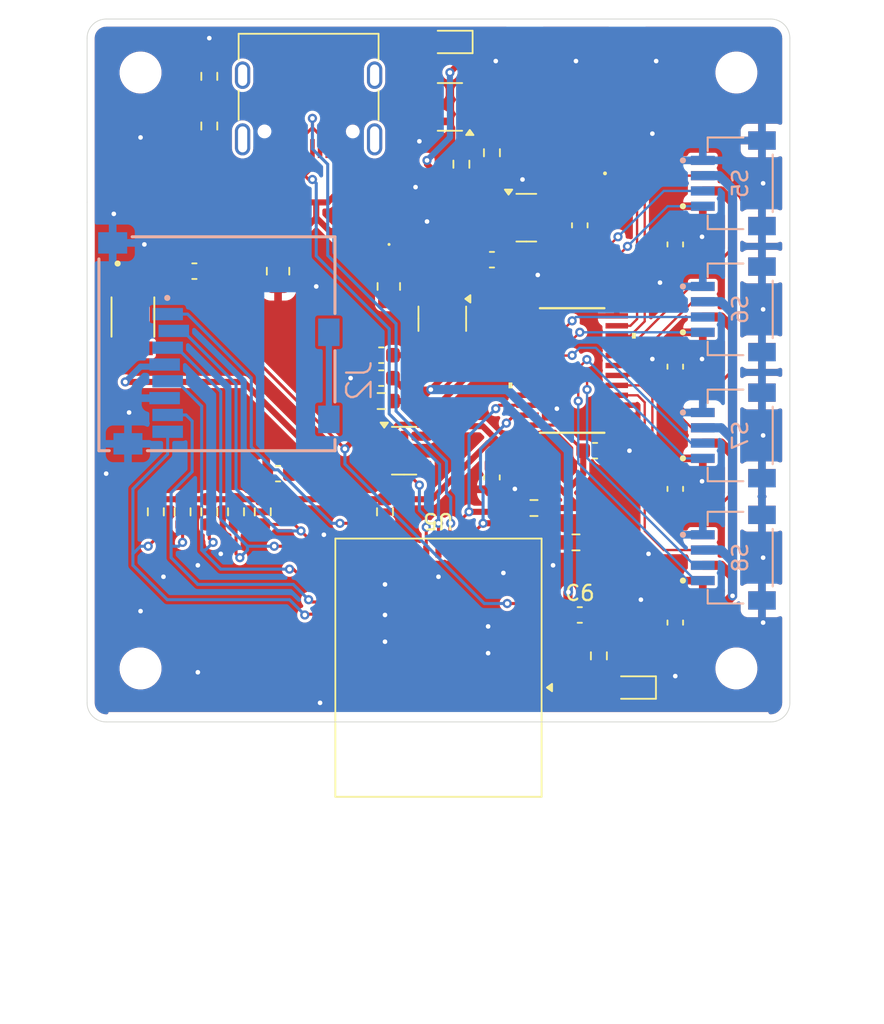
<source format=kicad_pcb>
(kicad_pcb (version 20241229) (generator "pcbnew") (generator_version "9.0")
  (layers (0 "F.Cu" signal) (2 "B.Cu" signal) (13 "F.Paste" user) (15 "B.Paste" user) (5 "F.SilkS" user "F.Silkscreen") (7 "B.SilkS" user "B.Silkscreen") (1 "F.Mask" user) (3 "B.Mask" user) (25 "Edge.Cuts" user))
  (net 0 "")
  (net 1 "GND")
  (net 2 "VBUS")
  (net 3 "+3.3V")
  (net 4 "3.3V_I2C")
  (net 5 "+BATT")
  (net 6 "Net-(D1-A)")
  (net 7 "Net-(D3-K)")
  (net 8 "/CD{slash}CARD_DETECT")
  (net 9 "/DAT1")
  (net 10 "/DAT2")
  (net 11 "/SD_CLK")
  (net 12 "/DATA_IN")
  (net 13 "/DATA_OUT")
  (net 14 "/CS")
  (net 16 "/USB_D-")
  (net 17 "Net-(J1-CC2)")
  (net 18 "Net-(J1-CC1)")
  (net 20 "/USB_D+")
  (net 22 "/MUX_SCL")
  (net 23 "/MUX_SDA")
  (net 24 "Net-(U3-EN)")
  (net 25 "Net-(U2-V_{SS})")
  (net 26 "Net-(U2-STAT)")
  (net 27 "/SDA0")
  (net 28 "/SCL0")
  (net 29 "/SDA1")
  (net 30 "/SCL1")
  (net 31 "/SCL2")
  (net 32 "/SDA2")
  (net 33 "/SDA3")
  (net 34 "/SCL3")
  (net 35 "/SCL4")
  (net 36 "/SDA4")
  (net 37 "/SCL5")
  (net 38 "/SDA5")
  (net 39 "/SCL6")
  (net 40 "/SDA6")
  (net 41 "/SDA7")
  (net 42 "/SCL7")
  (net 43 "/I2C_POWER")
  (net 46 "/VHI")
  (net 51 "/RST")
  (footprint "Resistor_SMD:R_0603_1608Metric" (layer "F.Cu") (at 135.75 94.5 -90)
    (property "Reference" "R10")
    (property "Value" "47k")
  )
  (footprint "Resistor_SMD:R_0603_1608Metric" (layer "F.Cu") (at 160.5 94.25 180)
    (property "Reference" "R16")
    (property "Value" "4.7k")
  )
  (footprint "MountingHole:MountingHole_2.5mm" (layer "F.Cu") (at 134.75 65.75)
    (property "Reference" "H4")
    (property "Value" "MountingHole")
  )
  (footprint "MountingHole:MountingHole_2.5mm" (layer "F.Cu") (at 173.75 65.75)
    (property "Reference" "H3")
    (property "Value" "MountingHole")
  )
  (footprint "Diode_SMD:D_0402_1005Metric_Pad0.77x0.64mm_HandSolder" (layer "F.Cu") (at 149.75 77 180)
    (property "Reference" "D2")
    (property "Value" "D")
  )
  (footprint "Capacitor_SMD:C_0603_1608Metric" (layer "F.Cu") (at 169.75 93 90)
    (property "Reference" "C3")
    (property "Value" "1.0 uF")
  )
  (footprint "Capacitor_SMD:C_0603_1608Metric" (layer "F.Cu") (at 150.5 85.75 180)
    (property "Reference" "C24")
    (property "Value" "10")
  )
  (footprint "Pico_Footprints:STEMMAQWIIC_Footprint" (layer "F.Cu") (at 174 97.5 90)
    (property "Reference" "S1")
    (property "Value" "~")
  )
  (footprint "Pico_Footprints:STEMMAQWIIC_Footprint" (layer "F.Cu") (at 174 89.5 90)
    (property "Reference" "S2")
    (property "Value" "~")
  )
  (footprint "Capacitor_SMD:C_0603_1608Metric" (layer "F.Cu") (at 163.5 75.75 -90)
    (property "Reference" "C26")
    (property "Value" "10")
  )
  (footprint "Connector_USB:USB_C_Receptacle_G-Switch_GT-USB-7010ASV" (layer "F.Cu") (at 145.75 67 180)
    (property "Reference" "J1")
    (property "Value" "USB_C_Receptacle_USB2.0_16P")
  )
  (footprint "Pico_Footprints:ESP32-C6-MINI-1" (layer "F.Cu") (at 154.25 102 180)
    (property "Reference" "U5")
    (property "Value" "ESP32-C6-MINI-1")
  )
  (footprint "Pico_Footprints:STEMMAQWIIC_Footprint" (layer "F.Cu") (at 174 81.25 90)
    (property "Reference" "S3")
    (property "Value" "~")
  )
  (footprint "Resistor_SMD:R_0603_1608Metric" (layer "F.Cu") (at 163.25 96.5 180)
    (property "Reference" "R17")
    (property "Value" "4.7k")
  )
  (footprint "Capacitor_SMD:C_0603_1608Metric" (layer "F.Cu") (at 163.5 101.25)
    (property "Reference" "C6")
    (property "Value" "1")
  )
  (footprint "Pico_Footprints:STEMMAQWIIC_Footprint" (layer "F.Cu") (at 174 73 90)
    (property "Reference" "S4")
    (property "Value" "~")
  )
  (footprint "Resistor_SMD:R_0603_1608Metric" (layer "F.Cu") (at 150.75 94.5 -90)
    (property "Reference" "R8")
    (property "Value" "47k")
  )
  (footprint "Package_TO_SOT_SMD:SOT-23-5" (layer "F.Cu") (at 154.5 81.8625 -90)
    (property "Reference" "U3")
    (property "Value" "AP2112K-3.3")
  )
  (footprint "Resistor_SMD:R_0603_1608Metric" (layer "F.Cu") (at 142.75 94.5 -90)
    (property "Reference" "R6")
    (property "Value" "47k")
  )
  (footprint "Capacitor_SMD:C_0603_1608Metric" (layer "F.Cu") (at 169.75 77 90)
    (property "Reference" "C1")
    (property "Value" "1.0 uF")
  )
  (footprint "Capacitor_SMD:C_0603_1608Metric" (layer "F.Cu") (at 157.75 78)
    (property "Reference" "C21")
    (property "Value" "10")
  )
  (footprint "Pico_Footprints:SW_TL6330AF200Q_Footprint" (layer "F.Cu") (at 134.25 81.75 -90)
    (property "Reference" "S11")
    (property "Value" "TL6330AF200Q")
  )
  (footprint "Resistor_SMD:R_0603_1608Metric" (layer "F.Cu") (at 155.75 71.75 -90)
    (property "Reference" "R18")
    (property "Value" "4.7k")
  )
  (footprint "Resistor_SMD:R_0603_1608Metric" (layer "F.Cu") (at 139.25 94.5 -90)
    (property "Reference" "R2")
    (property "Value" "47k")
  )
  (footprint "Resistor_SMD:R_0603_1608Metric" (layer "F.Cu") (at 164.75 103.925 -90)
    (property "Reference" "R3")
    (property "Value" "4.7k")
  )
  (footprint "Resistor_SMD:R_0805_2012Metric" (layer "F.Cu") (at 143.75 78.75 -90)
    (property "Reference" "R14")
    (property "Value" "100k")
  )
  (footprint "Capacitor_SMD:C_0603_1608Metric" (layer "F.Cu") (at 164.5 90.5)
    (property "Reference" "C20")
    (property "Value" "0.1 uF")
  )
  (footprint "Capacitor_SMD:C_0603_1608Metric" (layer "F.Cu") (at 169.75 101.75 -90)
    (property "Reference" "C4")
    (property "Value" "1.0 uF")
  )
  (footprint "Resistor_SMD:R_0805_2012Metric" (layer "F.Cu") (at 151 79.75 -90)
    (property "Reference" "R19")
    (property "Value" "100k")
  )
  (footprint "Resistor_SMD:R_0603_1608Metric" (layer "F.Cu") (at 150.5 87.25 180)
    (property "Reference" "R20")
    (property "Value" "5.1k")
  )
  (footprint "LED_SMD:LED_0603_1608Metric" (layer "F.Cu") (at 155 63.75 180)
    (property "Reference" "D3")
    (property "Value" "LED")
  )
  (footprint "Package_TO_SOT_SMD:SOT-23-5" (layer "F.Cu") (at 155 68 180)
    (property "Reference" "U2")
    (property "Value" "MCP73832-2-OT")
  )
  (footprint "Package_TO_SOT_SMD:SOT-23-5" (layer "F.Cu") (at 152 90.5)
    (property "Reference" "U4")
    (property "Value" "AP2112K-3.3")
  )
  (footprint "Resistor_SMD:R_0603_1608Metric" (layer "F.Cu") (at 157.75 71 90)
    (property "Reference" "R15")
    (property "Value" "4.7k")
  )
  (footprint "Pico_Footprints:TCA9548A_Footprint" (layer "F.Cu") (at 163 85.25 180)
    (property "Reference" "TCA9548A1")
    (property "Value" "~")
  )
  (footprint "Resistor_SMD:R_0603_1608Metric" (layer "F.Cu") (at 139.25 66 90)
    (property "Reference" "R13")
    (property "Value" "5.1k")
  )
  (footprint "Capacitor_SMD:C_0603_1608Metric" (layer "F.Cu") (at 169.75 85 90)
    (property "Reference" "C2")
    (property "Value" "1.0 uF")
  )
  (footprint "Resistor_SMD:R_0603_1608Metric" (layer "F.Cu") (at 137.5 94.5 -90)
    (property "Reference" "R11")
    (property "Value" "47k")
  )
  (footprint "Capacitor_SMD:C_0603_1608Metric" (layer "F.Cu") (at 143.75 92 180)
    (property "Reference" "C19")
    (property "Value" "0.1 uF")
  )
  (footprint "MountingHole:MountingHole_2.5mm" (layer "F.Cu") (at 173.75 104.75)
    (property "Reference" "H2")
    (property "Value" "MountingHole")
  )
  (footprint "Resistor_SMD:R_0603_1608Metric" (layer "F.Cu") (at 141 94.5 -90)
    (property "Reference" "R4")
    (property "Value" "47k")
  )
  (footprint "MountingHole:MountingHole_2.5mm" (layer "F.Cu") (at 134.75 104.75)
    (property "Reference" "H1")
    (property "Value" "MountingHole")
  )
  (footprint "Capacitor_SMD:C_0603_1608Metric" (layer "F.Cu") (at 157.75 92.25 -90)
    (property "Reference" "C25")
    (property "Value" "10")
  )
  (footprint "LED_SMD:LED_0603_1608Metric" (layer "F.Cu") (at 167 106 180)
    (property "Reference" "D1")
    (property "Value" "LED")
  )
  (footprint "Capacitor_SMD:C_0603_1608Metric" (layer "F.Cu") (at 138.275 78.75)
    (property "Reference" "C5")
    (property "Value" "1")
  )
  (footprint "Resistor_SMD:R_0603_1608Metric" (layer "F.Cu") (at 139.25 69.25 -90)
    (property "Reference" "R12")
    (property "Value" "5.1k")
  )
  (footprint "Pico_Footprints:JST_S2B-PH-SM4-TB" (layer "F.Cu") (at 163.25 70.75)
    (property "Reference" "P1")
    (property "Value" "S2B-PH-SM4-TB")
  )
  (footprint "Package_TO_SOT_SMD:SOT-23" (layer "F.Cu") (at 160 75.25)
    (property "Reference" "Q1")
    (property "Value" "AO3401A")
  )
  (footprint "Capacitor_SMD:C_0603_1608Metric" (layer "F.Cu") (at 150.5 84.25 180)
    (property "Reference" "C23")
    (property "Value" "10")
  )
  (footprint "Pico_Footprints:STEMMAQWIIC_Footprint" (layer "B.Cu") (at 174 81.25 -90)
    (property "Reference" "S6")
    (property "Value" "~")
  )
  (footprint "Pico_Footprints:STEMMAQWIIC_Footprint" (layer "B.Cu") (at 174 97.5 -90)
    (property "Reference" "S8")
    (property "Value" "~")
  )
  (footprint "Pico_Footprints:SDCARD_MODULE_Footprint" (layer "B.Cu") (at 139.75 83.5 90)
    (property "Reference" "J2")
    (property "Value" "SDCARD_MODULE")
  )
  (footprint "Pico_Footprints:STEMMAQWIIC_Footprint" (layer "B.Cu") (at 174 89.5 -90)
    (property "Reference" "S7")
    (property "Value" "~")
  )
  (footprint "Pico_Footprints:STEMMAQWIIC_Footprint" (layer "B.Cu") (at 174 73 -90)
    (property "Reference" "S5")
    (property "Value" "~")
  )
  (gr_line (start 177.25 107) (end 177.25 101.5) (stroke (width 0.05)) (layer "Edge.Cuts"))
  (gr_line (start 177.25 101.5) (end 177.25 63.5) (stroke (width 0.05)) (layer "Edge.Cuts"))
  (gr_line (start 131.25 74.25) (end 131.25 107) (stroke (width 0.05)) (layer "Edge.Cuts"))
  (gr_line (start 131.25 63.5) (end 131.25 74.25) (stroke (width 0.05)) (layer "Edge.Cuts"))
  (gr_line (start 176 108.25) (end 132.5 108.25) (stroke (width 0.05)) (layer "Edge.Cuts"))
  (gr_arc (start 177.25 107) (mid 176.883883 107.883883) (end 176 108.25) (stroke (width 0.05)) (layer "Edge.Cuts"))
  (gr_arc (start 176 62.25) (mid 176.883883 62.616117) (end 177.25 63.5) (stroke (width 0.05)) (layer "Edge.Cuts"))
  (gr_line (start 176 62.25) (end 132.5 62.25) (stroke (width 0.05)) (layer "Edge.Cuts"))
  (gr_arc (start 132.5 108.25) (mid 131.616117 107.883883) (end 131.25 107) (stroke (width 0.05)) (layer "Edge.Cuts"))
  (gr_arc (start 131.25 63.5) (mid 131.616117 62.616117) (end 132.5 62.25) (stroke (width 0.05)) (layer "Edge.Cuts"))
  (via (at 158.5 98.5) (size 0.6) (drill 0.3) (layers "F.Cu" "B.Cu") (net 1))
  (via (at 152.75 73.25) (size 0.6) (drill 0.3) (layers "F.Cu" "B.Cu") (net 1))
  (via (at 153.5 75.5) (size 0.6) (drill 0.3) (layers "F.Cu" "B.Cu") (net 1))
  (via (at 146.75 96) (size 0.6) (drill 0.3) (layers "F.Cu" "B.Cu") (net 1))
  (via (at 148.5 85.75) (size 0.6) (drill 0.3) (layers "F.Cu" "B.Cu") (net 1))
  (via (at 139.25 63.5) (size 0.6) (drill 0.3) (layers "F.Cu" "B.Cu") (net 1))
  (via (at 140 97.25) (size 0.6) (drill 0.3) (layers "F.Cu" "B.Cu") (net 1))
  (via (at 169.75 105.25) (size 0.6) (drill 0.3) (layers "F.Cu" "B.Cu") (net 1))
  (via (at 157.5 103.75) (size 0.6) (drill 0.3) (layers "F.Cu" "B.Cu") (net 1))
  (via (at 153 70.25) (size 0.6) (drill 0.3) (layers "F.Cu" "B.Cu") (net 1))
  (via (at 150.75 99.25) (size 0.6) (drill 0.3) (layers "F.Cu" "B.Cu") (net 1))
  (via (at 171.5 84.5) (size 0.6) (drill 0.3) (layers "F.Cu" "B.Cu") (net 1))
  (via (at 168.25 84.5) (size 0.6) (drill 0.3) (layers "F.Cu" "B.Cu") (net 1))
  (via (at 150.75 103) (size 0.6) (drill 0.3) (layers "F.Cu" "B.Cu") (net 1))
  (via (at 138.5 105) (size 0.6) (drill 0.3) (layers "F.Cu" "B.Cu") (net 1))
  (via (at 138.5 98) (size 0.6) (drill 0.3) (layers "F.Cu" "B.Cu") (net 1))
  (via (at 133 75) (size 0.6) (drill 0.3) (layers "F.Cu" "B.Cu") (net 1))
  (via (at 163.25 65) (size 0.6) (drill 0.3) (layers "F.Cu" "B.Cu") (net 1))
  (via (at 157.5 102) (size 0.6) (drill 0.3) (layers "F.Cu" "B.Cu") (net 1))
  (via (at 134.75 101) (size 0.6) (drill 0.3) (layers "F.Cu" "B.Cu") (net 1))
  (via (at 146.5 107) (size 0.6) (drill 0.3) (layers "F.Cu" "B.Cu") (net 1))
  (via (at 171.5 92.5) (size 0.6) (drill 0.3) (layers "F.Cu" "B.Cu") (net 1))
  (via (at 168.25 69.75) (size 0.6) (drill 0.3) (layers "F.Cu" "B.Cu") (net 1))
  (via (at 159.75 72.75) (size 0.6) (drill 0.3) (layers "F.Cu" "B.Cu") (net 1))
  (via (at 162 87.75) (size 0.6) (drill 0.3) (layers "F.Cu" "B.Cu") (net 1))
  (via (at 158 65) (size 0.6) (drill 0.3) (layers "F.Cu" "B.Cu") (net 1))
  (via (at 146.25 79.75) (size 0.6) (drill 0.3) (layers "F.Cu" "B.Cu") (net 1))
  (via (at 175.5 73) (size 0.6) (drill 0.3) (layers "F.Cu" "B.Cu") (net 1))
  (via (at 134.75 70) (size 0.6) (drill 0.3) (layers "F.Cu" "B.Cu") (net 1))
  (via (at 168 97.25) (size 0.6) (drill 0.3) (layers "F.Cu" "B.Cu") (net 1))
  (via (at 175.5 101.75) (size 0.6) (drill 0.3) (layers "F.Cu" "B.Cu") (net 1))
  (via (at 135 77) (size 0.6) (drill 0.3) (layers "F.Cu" "B.Cu") (net 1))
  (via (at 167.5 100.25) (size 0.6) (drill 0.3) (layers "F.Cu" "B.Cu") (net 1))
  (via (at 136.25 98.75) (size 0.6) (drill 0.3) (layers "F.Cu" "B.Cu") (net 1))
  (via (at 161.75 98) (size 0.6) (drill 0.3) (layers "F.Cu" "B.Cu") (net 1))
  (via (at 159.25 93) (size 0.6) (drill 0.3) (layers "F.Cu" "B.Cu") (net 1))
  (via (at 175.5 81.25) (size 0.6) (drill 0.3) (layers "F.Cu" "B.Cu") (net 1))
  (via (at 175.5 89.5) (size 0.6) (drill 0.3) (layers "F.Cu" "B.Cu") (net 1))
  (via (at 132.5 92) (size 0.6) (drill 0.3) (layers "F.Cu" "B.Cu") (net 1))
  (via (at 160.75 79) (size 0.6) (drill 0.3) (layers "F.Cu" "B.Cu") (net 1))
  (via (at 171.5 76.5) (size 0.6) (drill 0.3) (layers "F.Cu" "B.Cu") (net 1))
  (via (at 150.75 101.25) (size 0.6) (drill 0.3) (layers "F.Cu" "B.Cu") (net 1))
  (via (at 134 88) (size 0.6) (drill 0.3) (layers "F.Cu" "B.Cu") (net 1))
  (via (at 154.25 98.75) (size 0.6) (drill 0.3) (layers "F.Cu" "B.Cu") (net 1))
  (via (at 166.75 90.5) (size 0.6) (drill 0.3) (layers "F.Cu" "B.Cu") (net 1))
  (via (at 168.75 79.5) (size 0.6) (drill 0.3) (layers "F.Cu" "B.Cu") (net 1))
  (via (at 168.5 65) (size 0.6) (drill 0.3) (layers "F.Cu" "B.Cu") (net 1))
  (via (at 175.5 97.5) (size 0.6) (drill 0.3) (layers "F.Cu" "B.Cu") (net 1))
  (segment (start 151.8 74.3) (end 150.875 73.375) (width 0.4) (layer "F.Cu") (net 2))
  (segment (start 143.75 77.75) (end 143.75 77.8375) (width 0.6) (layer "F.Cu") (net 2))
  (segment (start 145.25 74.25) (end 146.25 74.25) (width 0.4) (layer "F.Cu") (net 2))
  (segment (start 148.15 73.1) (end 147 74.25) (width 0.4) (layer "F.Cu") (net 2))
  (segment (start 153.25 63.75) (end 154.2125 63.75) (width 0.4) (layer "F.Cu") (net 2))
  (segment (start 148.125 76.125) (end 147.125 76.125) (width 0.4) (layer "F.Cu") (net 2))
  (segment (start 146.25 75.25) (end 147.125 76.125) (width 0.4) (layer "F.Cu") (net 2))
  (segment (start 150.875 73.375) (end 148.125 76.125) (width 0.4) (layer "F.Cu") (net 2))
  (segment (start 148 77) (end 149.1775 77) (width 0.4) (layer "F.Cu") (net 2))
  (segment (start 147 74.25) (end 146.25 74.25) (width 0.4) (layer "F.Cu") (net 2))
  (segment (start 159.0625 74.3) (end 151.8 74.3) (width 0.4) (layer "F.Cu") (net 2))
  (segment (start 151.95 68.55) (end 151.95 65.05) (width 0.4) (layer "F.Cu") (net 2))
  (segment (start 153.8625 67.05) (end 153.45 67.05) (width 0.4) (layer "F.Cu") (net 2))
  (segment (start 143.35 72.35) (end 145.25 74.25) (width 0.4) (layer "F.Cu") (net 2))
  (segment (start 143.35 70.725) (end 143.35 72.35) (width 0.4) (layer "F.Cu") (net 2))
  (segment (start 151.95 68.55) (end 151.95 72.3) (width 0.4) (layer "F.Cu") (net 2))
  (segment (start 148.15 70.725) (end 148.15 73.1) (width 0.6) (layer "F.Cu") (net 2))
  (segment (start 147.125 76.125) (end 148 77) (width 0.4) (layer "F.Cu") (net 2))
  (segment (start 153.45 67.05) (end 151.95 68.55) (width 0.4) (layer "F.Cu") (net 2))
  (segment (start 151.95 72.3) (end 150.875 73.375) (width 0.4) (layer "F.Cu") (net 2))
  (segment (start 146.25 74.25) (end 146.25 75.25) (width 0.4) (layer "F.Cu") (net 2))
  (segment (start 146.25 75.25) (end 143.75 77.75) (width 0.4) (layer "F.Cu") (net 2))
  (segment (start 151.95 65.05) (end 153.25 63.75) (width 0.4) (layer "F.Cu") (net 2))
  (segment (start 155.45 83.55) (end 154.5 84.5) (width 0.4) (layer "F.Cu") (net 3))
  (segment (start 162.75 103.75) (end 162.1 104.4) (width 0.4) (layer "F.Cu") (net 3))
  (segment (start 154.5 85) (end 154.5 85.75) (width 0.4) (layer "F.Cu") (net 3))
  (segment (start 162.725 99.775) (end 162.75 99.75) (width 0.6) (layer "F.Cu") (net 3))
  (segment (start 162.725 102.225) (end 162.725 101.25) (width 0.4) (layer "F.Cu") (net 3))
  (segment (start 162.75 102.25) (end 162.725 102.225) (width 0.4) (layer "F.Cu") (net 3))
  (segment (start 155.45 83) (end 155.45 83.55) (width 0.4) (layer "F.Cu") (net 3))
  (segment (start 162.725 101.25) (end 162.725 99.775) (width 0.6) (layer "F.Cu") (net 3))
  (segment (start 154.5 84.5) (end 154.5 85) (width 0.4) (layer "F.Cu") (net 3))
  (segment (start 151.325 87.25) (end 153 87.25) (width 0.4) (layer "F.Cu") (net 3))
  (segment (start 153 87.25) (end 153.75 86.5) (width 0.4) (layer "F.Cu") (net 3))
  (segment (start 162.1 104.4) (end 160.15 104.4) (width 0.4) (layer "F.Cu") (net 3))
  (segment (start 152.025 86.5) (end 151.275 85.75) (width 0.4) (layer "F.Cu") (net 3))
  (segment (start 162.75 102.25) (end 162.75 103.75) (width 0.4) (layer "F.Cu") (net 3))
  (segment (start 153.75 84.25) (end 154.5 85) (width 0.4) (layer "F.Cu") (net 3))
  (segment (start 153.75 86.5) (end 152.025 86.5) (width 0.4) (layer "F.Cu") (net 3))
  (segment (start 151.275 84.25) (end 153.75 84.25) (width 0.4) (layer "F.Cu") (net 3))
  (segment (start 163.6 103.1) (end 164.75 103.1) (width 0.4) (layer "F.Cu") (net 3))
  (segment (start 154.5 85.75) (end 153.75 86.5) (width 0.4) (layer "F.Cu") (net 3))
  (segment (start 162.75 102.25) (end 163.6 103.1) (width 0.4) (layer "F.Cu") (net 3))
  (via (at 162.75 99.75) (size 0.6) (drill 0.3) (layers "F.Cu" "B.Cu") (net 3))
  (via (at 153.75 86.5) (size 0.6) (drill 0.3) (layers "F.Cu" "B.Cu") (net 3))
  (segment (start 162.75 90.5) (end 158.75 86.5) (width 0.6) (layer "B.Cu") (net 3))
  (segment (start 162.75 99.75) (end 162.75 90.5) (width 0.6) (layer "B.Cu") (net 3))
  (segment (start 158.75 86.5) (end 153.75 86.5) (width 0.6) (layer "B.Cu") (net 3))
  (segment (start 169.75 100.5) (end 169.75 100.975) (width 0.4) (layer "F.Cu") (net 4))
  (segment (start 169.75 86.025) (end 172.725 86.025) (width 0.2) (layer "F.Cu") (net 4))
  (segment (start 172.975 93.775) (end 173.5 93.25) (width 0.2) (layer "F.Cu") (net 4))
  (segment (start 164.625 95.375) (end 169.75 100.5) (width 0.4) (layer "F.Cu") (net 4))
  (segment (start 173.5 90.75) (end 173.5 85.25) (width 0.6) (layer "F.Cu") (net 4))
  (segment (start 154.483636 89.55) (end 153.1375 89.55) (width 0.4) (layer "F.Cu") (net 4))
  (segment (start 172.725 86.025) (end 173.5 85.25) (width 0.2) (layer "F.Cu") (net 4))
  (segment (start 150.75 93.675) (end 147.325 93.675) (width 0.4) (layer "F.Cu") (net 4))
  (segment (start 142.75 93.675) (end 141 93.675) (width 0.4) (layer "F.Cu") (net 4))
  (segment (start 172.975 77.775) (end 173.5 77.25) (width 0.2) (layer "F.Cu") (net 4))
  (segment (start 164.075 95.925) (end 164.625 95.375) (width 0.4) (layer "F.Cu") (net 4))
  (segment (start 158.25 90) (end 159.25 90) (width 0.4) (layer "F.Cu") (net 4))
  (segment (start 173.5 85.25) (end 173.5 82.5) (width 0.6) (layer "F.Cu") (net 4))
  (segment (start 163.725 92.025) (end 162.5 93.25) (width 0.4) (layer "F.Cu") (net 4))
  (segment (start 171.55 81.75) (end 172.75 81.75) (width 0.6) (layer "F.Cu") (net 4))
  (segment (start 172.75 98) (end 173.5 98.75) (width 0.6) (layer "F.Cu") (net 4))
  (segment (start 172.475 100.975) (end 169.75 100.975) (width 0.6) (layer "F.Cu") (net 4))
  (segment (start 158.25 90) (end 157.5 90) (width 0.4) (layer "F.Cu") (net 4))
  (segment (start 139.25 93.675) (end 137.5 93.675) (width 0.4) (layer "F.Cu") (net 4))
  (segment (start 173.5 98.75) (end 173.5 93.25) (width 0.6) (layer "F.Cu") (net 4))
  (segment (start 162.049999 88.824999) (end 163.725 90.5) (width 0.2) (layer "F.Cu") (net 4))
  (segment (start 163.375 94.125) (end 164.625 95.375) (width 0.4) (layer "F.Cu") (net 4))
  (segment (start 155.1375 88.896136) (end 157.146136 88.896136) (width 0.4) (layer "F.Cu") (net 4))
  (segment (start 171.55 90) (end 172.75 90) (width 0.6) (layer "F.Cu") (net 4))
  (segment (start 161.325 94.25) (end 163.25 94.25) (width 0.4) (layer "F.Cu") (net 4))
  (segment (start 157.146136 88.896136) (end 158.25 90) (width 0.4) (layer "F.Cu") (net 4))
  (segment (start 133.75 86) (end 141.5 86) (width 0.4) (layer "F.Cu") (net 4))
  (segment (start 173.5 100) (end 172.5 101) (width 0.6) (layer "F.Cu") (net 4))
  (segment (start 137.5 93.675) (end 135.75 93.675) (width 0.4) (layer "F.Cu") (net 4))
  (segment (start 141.5 86) (end 147.25 91.75) (width 0.4) (layer "F.Cu") (net 4))
  (segment (start 163.725 92.025) (end 163.725 90.5) (width 0.4) (layer "F.Cu") (net 4))
  (segment (start 169.75 77.775) (end 172.975 77.775) (width 0.2) (layer "F.Cu") (net 4))
  (segment (start 173.5 93.25) (end 173.5 90.75) (width 0.6) (layer "F.Cu") (net 4))
  (segment (start 148 93.675) (end 147.25 92.925) (width 0.4) (layer "F.Cu") (net 4))
  (segment (start 169.75 100.975) (end 169.75 100.75) (width 0.6) (layer "F.Cu") (net 4))
  (segment (start 147 92) (end 144.525 92) (width 0.4) (layer "F.Cu") (net 4))
  (segment (start 172.75 90) (end 173.5 90.75) (width 0.6) (layer "F.Cu") (net 4))
  (segment (start 147.25 92.925) (end 147.25 91.75) (width 0.4) (layer "F.Cu") (net 4))
  (segment (start 173.5 74.25) (end 172.75 73.5) (width 0.6) (layer "F.Cu") (net 4))
  (segment (start 141 93.675) (end 139.25 93.675) (width 0.4) (layer "F.Cu") (net 4))
  (segment (start 157.75 90.5) (end 157.75 91.475) (width 0.4) (layer "F.Cu") (net 4))
  (segment (start 153.825 93.675) (end 150.75 93.675) (width 0.4) (layer "F.Cu") (net 4))
  (segment (start 157.5 90) (end 153.825 93.675) (width 0.4) (layer "F.Cu") (net 4))
  (segment (start 155.1375 88.896136) (end 154.483636 89.55) (width 0.4) (layer "F.Cu") (net 4))
  (segment (start 171.55 98) (end 172.75 98) (width 0.6) (layer "F.Cu") (net 4))
  (segment (start 172.75 81.75) (end 173.5 82.5) (width 0.6) (layer "F.Cu") (net 4))
  (segment (start 163.25 94.25) (end 163.375 94.125) (width 0.4) (layer "F.Cu") (net 4))
  (segment (start 147.175 93.675) (end 142.75 93.675) (width 0.4) (layer "F.Cu") (net 4))
  (segment (start 173.5 82.5) (end 173.5 77.25) (width 0.6) (layer "F.Cu") (net 4))
  (segment (start 173.5 77.25) (end 173.5 74.25) (width 0.6) (layer "F.Cu") (net 4))
  (segment (start 147.25 91.75) (end 147 92) (width 0.4) (layer "F.Cu") (net 4))
  (segment (start 159.25 90) (end 162.5 93.25) (width 0.4) (layer "F.Cu") (net 4))
  (segment (start 160.079 88.824999) (end 162.049999 88.824999) (width 0.2) (layer "F.Cu") (net 4))
  (segment (start 162.5 93.25) (end 163.375 94.125) (width 0.4) (layer "F.Cu") (net 4))
  (segment (start 164.075 96.5) (end 164.075 95.925) (width 0.4) (layer "F.Cu") (net 4))
  (segment (start 158.25 90) (end 157.75 90.5) (width 0.4) (layer "F.Cu") (net 4))
  (segment (start 169.75 93.775) (end 172.975 93.775) (width 0.2) (layer "F.Cu") (net 4))
  (segment (start 172.5 101) (end 172.475 100.975) (width 0.6) (layer "F.Cu") (net 4))
  (segment (start 172.75 73.5) (end 171.55 73.5) (width 0.6) (layer "F.Cu") (net 4))
  (segment (start 173.5 100) (end 173.5 98.75) (width 0.6) (layer "F.Cu") (net 4))
  (via (at 173.5 100) (size 0.6) (drill 0.3) (layers "F.Cu" "B.Cu") (net 4))
  (via (at 133.75 86) (size 0.6) (drill 0.3) (layers "F.Cu" "B.Cu") (net 4))
  (segment (start 172.75 80.75) (end 173.5 81.5) (width 0.6) (layer "B.Cu") (net 4))
  (segment (start 133.75 86) (end 134.75 85) (width 0.4) (layer "B.Cu") (net 4))
  (segment (start 173.5 100) (end 173.5 97.75) (width 0.6) (layer "B.Cu") (net 4))
  (segment (start 172.75 97) (end 173.5 97.75) (width 0.6) (layer "B.Cu") (net 4))
  (segment (start 173.5 73.373) (end 172.627 72.5) (width 0.6) (layer "B.Cu") (net 4))
  (segment (start 172.627 72.5) (end 171.55 72.5) (width 0.6) (layer "B.Cu") (net 4))
  (segment (start 173.5 89.75) (end 173.5 81.5) (width 0.6) (layer "B.Cu") (net 4))
  (segment (start 173.5 81.5) (end 173.5 73.373) (width 0.6) (layer "B.Cu") (net 4))
  (segment (start 171.55 89) (end 172.75 89) (width 0.6) (layer "B.Cu") (net 4))
  (segment (start 136.185 85) (end 136.325 84.86) (width 0.4) (layer "B.Cu") (net 4))
  (segment (start 134.75 85) (end 136.185 85) (width 0.4) (layer "B.Cu") (net 4))
  (segment (start 171.55 97) (end 172.75 97) (width 0.6) (layer "B.Cu") (net 4))
  (segment (start 172.75 89) (end 173.5 89.75) (width 0.6) (layer "B.Cu") (net 4))
  (segment (start 171.55 80.75) (end 172.75 80.75) (width 0.6) (layer "B.Cu") (net 4))
  (segment (start 173.5 97.75) (end 173.5 89.75) (width 0.6) (layer "B.Cu") (net 4))
  (segment (start 163.5 74.975) (end 162.725 74.975) (width 0.4) (layer "F.Cu") (net 5))
  (segment (start 162.725 74.975) (end 161.96875 74.21875) (width 0.4) (layer "F.Cu") (net 5))
  (segment (start 157.55 67.05) (end 161.25 70.75) (width 0.4) (layer "F.Cu") (net 5))
  (segment (start 161.25 70.75) (end 162.25 70.75) (width 0.4) (layer "F.Cu") (net 5))
  (segment (start 156.1375 67.05) (end 157.55 67.05) (width 0.4) (layer "F.Cu") (net 5))
  (segment (start 161.96875 74.21875) (end 160.9375 75.25) (width 0.4) (layer "F.Cu") (net 5))
  (segment (start 162.25 73.9375) (end 161.96875 74.21875) (width 0.4) (layer "F.Cu") (net 5))
  (segment (start 162.25 70.75) (end 162.25 73.9375) (width 0.4) (layer "F.Cu") (net 5))
  (segment (start 164.75 104.5375) (end 166.2125 106) (width 0.2) (layer "F.Cu") (net 6))
  (segment (start 155.7875 64.9625) (end 155 65.75) (width 0.4) (layer "F.Cu") (net 7))
  (segment (start 153.5 71.75) (end 154.25 72.5) (width 0.4) (layer "F.Cu") (net 7))
  (segment (start 155.675 72.5) (end 155.75 72.575) (width 0.4) (layer "F.Cu") (net 7))
  (segment (start 155.7875 63.75) (end 155.7875 64.9625) (width 0.4) (layer "F.Cu") (net 7))
  (segment (start 153.5 71.5) (end 153.5 71.75) (width 0.4) (layer "F.Cu") (net 7))
  (segment (start 154.25 72.5) (end 155.675 72.5) (width 0.4) (layer "F.Cu") (net 7))
  (via (at 155 65.75) (size 0.6) (drill 0.3) (layers "F.Cu" "B.Cu") (net 7))
  (via (at 153.5 71.5) (size 0.6) (drill 0.3) (layers "F.Cu" "B.Cu") (net 7))
  (segment (start 155 65.75) (end 155 70) (width 0.4) (layer "B.Cu") (net 7))
  (segment (start 155 70) (end 153.5 71.5) (width 0.4) (layer "B.Cu") (net 7))
  (segment (start 147.075 82.75) (end 147.075 88.45) (width 0.4) (layer "B.Cu") (net 8))
  (segment (start 145.55 101.2) (end 148.35 101.2) (width 0.2) (layer "F.Cu") (net 9))
  (segment (start 135.75 95.325) (end 135.75 96.25) (width 0.2) (layer "F.Cu") (net 9))
  (segment (start 135.75 96.25) (end 135.25 96.75) (width 0.2) (layer "F.Cu") (net 9))
  (segment (start 145.5 101.25) (end 145.55 101.2) (width 0.2) (layer "F.Cu") (net 9))
  (via (at 145.5 101.25) (size 0.6) (drill 0.3) (layers "F.Cu" "B.Cu") (net 9))
  (via (at 135.25 96.75) (size 0.6) (drill 0.3) (layers "F.Cu" "B.Cu") (net 9))
  (segment (start 136.525 90.725) (end 134.25 93) (width 0.2) (layer "B.Cu") (net 9))
  (segment (start 134.25 98) (end 136.5 100.25) (width 0.2) (layer "B.Cu") (net 9))
  (segment (start 136.5 100.25) (end 144.5 100.25) (width 0.2) (layer "B.Cu") (net 9))
  (segment (start 134.75 96.75) (end 134.25 97.25) (width 0.2) (layer "B.Cu") (net 9))
  (segment (start 136.525 89.26) (end 136.525 90.725) (width 0.2) (layer "B.Cu") (net 9))
  (segment (start 134.25 97.25) (end 134.25 98) (width 0.2) (layer "B.Cu") (net 9))
  (segment (start 144.5 100.25) (end 145.5 101.25) (width 0.2) (layer "B.Cu") (net 9))
  (segment (start 135.25 96.75) (end 134.75 96.75) (width 0.2) (layer "B.Cu") (net 9))
  (segment (start 134.25 93) (end 134.25 97.25) (width 0.2) (layer "B.Cu") (net 9))
  (segment (start 148.75 95.25) (end 149.375 95.875) (width 0.2) (layer "F.Cu") (net 10))
  (segment (start 149.925 95.325) (end 149.375 95.875) (width 0.2) (layer "F.Cu") (net 10))
  (segment (start 149.375 95.875) (end 149.45 95.95) (width 0.2) (layer "F.Cu") (net 10))
  (segment (start 149.45 95.95) (end 149.45 97.1) (width 0.2) (layer "F.Cu") (net 10))
  (segment (start 147.8 95.25) (end 148.75 95.25) (width 0.2) (layer "F.Cu") (net 10))
  (segment (start 150.75 95.325) (end 149.925 95.325) (width 0.2) (layer "F.Cu") (net 10))
  (via (at 147.8 95.25) (size 0.6) (drill 0.3) (layers "F.Cu" "B.Cu") (net 10))
  (segment (start 147.8 95.25) (end 147.25 95.25) (width 0.2) (layer "B.Cu") (net 10))
  (segment (start 142 85.733) (end 137.827 81.56) (width 0.2) (layer "B.Cu") (net 10))
  (segment (start 142 90.25) (end 142 85.733) (width 0.2) (layer "B.Cu") (net 10))
  (segment (start 137.827 81.56) (end 136.525 81.56) (width 0.2) (layer "B.Cu") (net 10))
  (segment (start 143.5 91.75) (end 142 90.25) (width 0.2) (layer "B.Cu") (net 10))
  (segment (start 143.75 91.75) (end 143.5 91.75) (width 0.2) (layer "B.Cu") (net 10))
  (segment (start 147.25 95.25) (end 143.75 91.75) (width 0.2) (layer "B.Cu") (net 10))
  (segment (start 146.1 99.6) (end 148.35 99.6) (width 0.2) (layer "F.Cu") (net 11))
  (segment (start 139.25 95.325) (end 139.25 96.25) (width 0.2) (layer "F.Cu") (net 11))
  (segment (start 139.25 96.25) (end 139.5 96.5) (width 0.2) (layer "F.Cu") (net 11))
  (segment (start 144.75 98.25) (end 146.1 99.6) (width 0.2) (layer "F.Cu") (net 11))
  (segment (start 144.5 98.25) (end 144.75 98.25) (width 0.2) (layer "F.Cu") (net 11))
  (via (at 139.5 96.5) (size 0.6) (drill 0.3) (layers "F.Cu" "B.Cu") (net 11))
  (via (at 144.5 98.25) (size 0.6) (drill 0.3) (layers "F.Cu" "B.Cu") (net 11))
  (segment (start 144.5 98.25) (end 140 98.25) (width 0.2) (layer "B.Cu") (net 11))
  (segment (start 138.75 87.585) (end 138.75 97) (width 0.2) (layer "B.Cu") (net 11))
  (segment (start 139 97) (end 138.75 97) (width 0.2) (layer "B.Cu") (net 11))
  (segment (start 139.5 96.5) (end 139 97) (width 0.2) (layer "B.Cu") (net 11))
  (segment (start 137.125 85.96) (end 138.75 87.585) (width 0.2) (layer "B.Cu") (net 11))
  (segment (start 140 98.25) (end 138.75 97) (width 0.2) (layer "B.Cu") (net 11))
  (segment (start 136.525 85.96) (end 137.125 85.96) (width 0.2) (layer "B.Cu") (net 11))
  (segment (start 141 95.325) (end 141 97.25) (width 0.2) (layer "F.Cu") (net 12))
  (segment (start 146.775 98.8) (end 148.35 98.8) (width 0.2) (layer "F.Cu") (net 12))
  (segment (start 143.5 96.75) (end 144.725 96.75) (width 0.2) (layer "F.Cu") (net 12))
  (segment (start 141 97.25) (end 141.25 97.5) (width 0.2) (layer "F.Cu") (net 12))
  (segment (start 144.725 96.75) (end 146.775 98.8) (width 0.2) (layer "F.Cu") (net 12))
  (via (at 141.25 97.5) (size 0.6) (drill 0.3) (layers "F.Cu" "B.Cu") (net 12))
  (via (at 143.5 96.75) (size 0.6) (drill 0.3) (layers "F.Cu" "B.Cu") (net 12))
  (segment (start 140 86.635) (end 140 95) (width 0.2) (layer "B.Cu") (net 12))
  (segment (start 140 95) (end 141.75 96.75) (width 0.2) (layer "B.Cu") (net 12))
  (segment (start 141.25 97.5) (end 141.75 97) (width 0.2) (layer "B.Cu") (net 12))
  (segment (start 141.75 97) (end 141.75 96.75) (width 0.2) (layer "B.Cu") (net 12))
  (segment (start 136.525 83.76) (end 137.125 83.76) (width 0.2) (layer "B.Cu") (net 12))
  (segment (start 137.125 83.76) (end 140 86.635) (width 0.2) (layer "B.Cu") (net 12))
  (segment (start 141.75 96.75) (end 143.5 96.75) (width 0.2) (layer "B.Cu") (net 12))
  (segment (start 145.9 100.4) (end 148.35 100.4) (width 0.2) (layer "F.Cu") (net 13))
  (segment (start 145.75 100.25) (end 145.9 100.4) (width 0.2) (layer "F.Cu") (net 13))
  (segment (start 137.5 95.325) (end 137.5 96.5) (width 0.2) (layer "F.Cu") (net 13))
  (via (at 145.75 100.25) (size 0.6) (drill 0.3) (layers "F.Cu" "B.Cu") (net 13))
  (via (at 137.5 96.5) (size 0.6) (drill 0.3) (layers "F.Cu" "B.Cu") (net 13))
  (segment (start 136.75 96.75) (end 136.75 97.5) (width 0.2) (layer "B.Cu") (net 13))
  (segment (start 144.75 99.25) (end 145.75 100.25) (width 0.2) (layer "B.Cu") (net 13))
  (segment (start 138.125 88.56) (end 138.125 91.875) (width 0.2) (layer "B.Cu") (net 13))
  (segment (start 136.75 97.5) (end 138.5 99.25) (width 0.2) (layer "B.Cu") (net 13))
  (segment (start 138.5 99.25) (end 144.75 99.25) (width 0.2) (layer "B.Cu") (net 13))
  (segment (start 136.525 88.16) (end 137.725 88.16) (width 0.2) (layer "B.Cu") (net 13))
  (segment (start 137.5 96.5) (end 137.25 96.75) (width 0.2) (layer "B.Cu") (net 13))
  (segment (start 136.75 93.25) (end 136.75 96.75) (width 0.2) (layer "B.Cu") (net 13))
  (segment (start 137.25 96.75) (end 136.75 96.75) (width 0.2) (layer "B.Cu") (net 13))
  (segment (start 137.725 88.16) (end 138.125 88.56) (width 0.2) (layer "B.Cu") (net 13))
  (segment (start 138.125 91.875) (end 136.75 93.25) (width 0.2) (layer "B.Cu") (net 13))
  (segment (start 142.75 95.325) (end 144.825 95.325) (width 0.2) (layer "F.Cu") (net 14))
  (segment (start 145.25 95.75) (end 147.5 98) (width 0.2) (layer "F.Cu") (net 14))
  (segment (start 147.5 98) (end 148.35 98) (width 0.2) (layer "F.Cu") (net 14))
  (segment (start 144.825 95.325) (end 145.25 95.75) (width 0.2) (layer "F.Cu") (net 14))
  (via (at 145.25 95.75) (size 0.6) (drill 0.3) (layers "F.Cu" "B.Cu") (net 14))
  (segment (start 141 93) (end 143.75 95.75) (width 0.2) (layer "B.Cu") (net 14))
  (segment (start 141 86.135) (end 141 93) (width 0.2) (layer "B.Cu") (net 14))
  (segment (start 136.925 82.66) (end 137.525 82.66) (width 0.2) (layer "B.Cu") (net 14))
  (segment (start 137.525 82.66) (end 141 86.135) (width 0.2) (layer "B.Cu") (net 14))
  (segment (start 143.75 95.75) (end 145.25 95.75) (width 0.2) (layer "B.Cu") (net 14))
  (segment (start 155 97.05) (end 155.05 97.1) (width 0.2) (layer "F.Cu") (net 16))
  (segment (start 146.5 69.853) (end 146.5 70.725) (width 0.2) (layer "F.Cu") (net 16))
  (segment (start 145.5 70.725) (end 145.5 69.853) (width 0.2) (layer "F.Cu") (net 16))
  (segment (start 155.050003 95.25) (end 155 95.300003) (width 0.2) (layer "F.Cu") (net 16))
  (segment (start 145.5 69.853) (end 146 69.353) (width 0.2) (layer "F.Cu") (net 16))
  (segment (start 146 69.353) (end 146 68.75) (width 0.2) (layer "F.Cu") (net 16))
  (segment (start 155 95.300003) (end 155 97.05) (width 0.2) (layer "F.Cu") (net 16))
  (segment (start 146 69.353) (end 146.5 69.853) (width 0.2) (layer "F.Cu") (net 16))
  (via (at 155.050003 95.25) (size 0.6) (drill 0.3) (layers "F.Cu" "B.Cu") (net 16))
  (via (at 146 68.75) (size 0.6) (drill 0.3) (layers "F.Cu" "B.Cu") (net 16))
  (segment (start 151.475 87.906802) (end 151.475 82.190902) (width 0.2) (layer "B.Cu") (net 16))
  (segment (start 155.050003 95.25) (end 155.050003 93.550003) (width 0.2) (layer "B.Cu") (net 16))
  (segment (start 155.050003 93.550003) (end 154.775686 93.275686) (width 0.2) (layer "B.Cu") (net 16))
  (segment (start 155.050003 95.25) (end 155 95.199997) (width 0.2) (layer "B.Cu") (net 16))
  (segment (start 154.775686 91.207488) (end 151.475 87.906802) (width 0.2) (layer "B.Cu") (net 16))
  (segment (start 154.775686 93.275686) (end 154.775686 91.207488) (width 0.2) (layer "B.Cu") (net 16))
  (segment (start 146 70.75) (end 146 68.75) (width 0.2) (layer "B.Cu") (net 16))
  (segment (start 151.475 82.190902) (end 147 77.715902) (width 0.2) (layer "B.Cu") (net 16))
  (segment (start 147 71.75) (end 146 70.75) (width 0.2) (layer "B.Cu") (net 16))
  (segment (start 147 77.715902) (end 147 71.75) (width 0.2) (layer "B.Cu") (net 16))
  (segment (start 144 69.905) (end 144 70.725) (width 0.2) (layer "F.Cu") (net 17))
  (segment (start 139.25 68.425) (end 139.425 68.25) (width 0.2) (layer "F.Cu") (net 17))
  (segment (start 139.425 68.25) (end 142.345 68.25) (width 0.2) (layer "F.Cu") (net 17))
  (segment (start 142.345 68.25) (end 144 69.905) (width 0.2) (layer "F.Cu") (net 17))
  (segment (start 139.75 67.5) (end 139.25 67) (width 0.2) (layer "F.Cu") (net 18))
  (segment (start 147 70.725) (end 147 68.5) (width 0.2) (layer "F.Cu") (net 18))
  (segment (start 139.25 67) (end 139.25 66.825) (width 0.2) (layer "F.Cu") (net 18))
  (segment (start 146 67.5) (end 139.75 67.5) (width 0.2) (layer "F.Cu") (net 18))
  (segment (start 147 68.5) (end 146 67.5) (width 0.2) (layer "F.Cu") (net 18))
  (segment (start 145 72) (end 145 70.725) (width 0.2) (layer "F.Cu") (net 20))
  (segment (start 154.25 95.25) (end 154.25 97.1) (width 0.2) (layer "F.Cu") (net 20))
  (segment (start 145.75 72.75) (end 146 72.75) (width 0.2) (layer "F.Cu") (net 20))
  (segment (start 146 70.725) (end 146 72) (width 0.2) (layer "F.Cu") (net 20))
  (segment (start 145.5 72.5) (end 145.75 72.75) (width 0.2) (layer "F.Cu") (net 20))
  (segment (start 146 72) (end 145.5 72.5) (width 0.2) (layer "F.Cu") (net 20))
  (segment (start 145.5 72.5) (end 145 72) (width 0.2) (layer "F.Cu") (net 20))
  (via (at 154.25 95.25) (size 0.6) (drill 0.3) (layers "F.Cu" "B.Cu") (net 20))
  (via (at 146 72.75) (size 0.6) (drill 0.3) (layers "F.Cu" "B.Cu") (net 20))
  (segment (start 154.325684 93.275686) (end 154.325684 91.393882) (width 0.2) (layer "B.Cu") (net 20))
  (segment (start 154.25 93.35137) (end 154.325684 93.275686) (width 0.2) (layer "B.Cu") (net 20))
  (segment (start 151.025 82.525) (end 146.25 77.75) (width 0.2) (layer "B.Cu") (net 20))
  (segment (start 146.25 73) (end 146 72.75) (width 0.2) (layer "B.Cu") (net 20))
  (segment (start 151.025 88.093198) (end 151.025 82.525) (width 0.2) (layer "B.Cu") (net 20))
  (segment (start 154.325684 91.393882) (end 151.025 88.093198) (width 0.2) (layer "B.Cu") (net 20))
  (segment (start 146.25 77.75) (end 146.25 73) (width 0.2) (layer "B.Cu") (net 20))
  (segment (start 154.25 95.25) (end 154.25 93.35137) (width 0.2) (layer "B.Cu") (net 20))
  (segment (start 158.225001 87.524999) (end 160.079 87.524999) (width 0.2) (layer "F.Cu") (net 22))
  (segment (start 158.425 94.5) (end 156.25 94.5) (width 0.4) (layer "F.Cu") (net 22))
  (segment (start 159.675 94.25) (end 158.675 94.25) (width 0.4) (layer "F.Cu") (net 22))
  (segment (start 158.675 94.25) (end 158.425 94.5) (width 0.4) (layer "F.Cu") (net 22))
  (segment (start 156.25 94.5) (end 155.85 94.9) (width 0.2) (layer "F.Cu") (net 22))
  (segment (start 155.85 94.9) (end 155.85 97.1) (width 0.2) (layer "F.Cu") (net 22))
  (segment (start 158 87.75) (end 158.225001 87.524999) (width 0.2) (layer "F.Cu") (net 22))
  (via (at 158 87.75) (size 0.6) (drill 0.3) (layers "F.Cu" "B.Cu") (net 22))
  (via (at 156.25 94.5) (size 0.6) (drill 0.3) (layers "F.Cu" "B.Cu") (net 22))
  (segment (start 156.25 89.5) (end 158 87.75) (width 0.2) (layer "B.Cu") (net 22))
  (segment (start 156.25 94.5) (end 156.25 89.5) (width 0.2) (layer "B.Cu") (net 22))
  (segment (start 158.6938 88.6938) (end 159.212601 88.174998) (width 0.2) (layer "F.Cu") (net 23))
  (segment (start 156.75 95.668727) (end 156.75 97) (width 0.2) (layer "F.Cu") (net 23))
  (segment (start 161.175 95.25) (end 157.168727 95.25) (width 0.4) (layer "F.Cu") (net 23))
  (segment (start 162.425 96.5) (end 161.175 95.25) (width 0.4) (layer "F.Cu") (net 23))
  (segment (start 159.212601 88.174998) (end 160.079 88.174998) (width 0.2) (layer "F.Cu") (net 23))
  (segment (start 156.75 97) (end 156.65 97.1) (width 0.2) (layer "F.Cu") (net 23))
  (segment (start 157.168727 95.25) (end 156.75 95.668727) (width 0.2) (layer "F.Cu") (net 23))
  (via (at 158.6938 88.6938) (size 0.6) (drill 0.3) (layers "F.Cu" "B.Cu") (net 23))
  (via (at 157.168727 95.25) (size 0.6) (drill 0.3) (layers "F.Cu" "B.Cu") (net 23))
  (segment (start 157.168727 95.25) (end 157.168727 93.118724) (width 0.2) (layer "B.Cu") (net 23))
  (segment (start 157.168727 93.118724) (end 157 92.949997) (width 0.2) (layer "B.Cu") (net 23))
  (segment (start 157 92.949997) (end 157 90.3876) (width 0.2) (layer "B.Cu") (net 23))
  (segment (start 157 90.3876) (end 158.6938 88.6938) (width 0.2) (layer "B.Cu") (net 23))
  (segment (start 151 80.6625) (end 153.4875 80.6625) (width 0.6) (layer "F.Cu") (net 24))
  (segment (start 153.4875 80.6625) (end 153.55 80.725) (width 0.6) (layer "F.Cu") (net 24))
  (segment (start 156.799999 68) (end 156.1375 68) (width 0.4) (layer "F.Cu") (net 25))
  (segment (start 157.75 68.950001) (end 156.799999 68) (width 0.4) (layer "F.Cu") (net 25))
  (segment (start 157.75 70.175) (end 157.75 68.950001) (width 0.4) (layer "F.Cu") (net 25))
  (segment (start 155.75 69.3375) (end 156.1375 68.95) (width 0.4) (layer "F.Cu") (net 26))
  (segment (start 155.75 70.925) (end 155.75 69.3375) (width 0.4) (layer "F.Cu") (net 26))
  (segment (start 167.75 95.75) (end 169 97) (width 0.1524) (layer "F.Cu") (net 27))
  (segment (start 169 97) (end 171.55 97) (width 0.1524) (layer "F.Cu") (net 27))
  (segment (start 167.75 87.337602) (end 167.75 95.75) (width 0.1524) (layer "F.Cu") (net 27))
  (segment (start 165.921 86.875001) (end 167.287399 86.875001) (width 0.1524) (layer "F.Cu") (net 27))
  (segment (start 167.287399 86.875001) (end 167.75 87.337602) (width 0.1524) (layer "F.Cu") (net 27))
  (segment (start 167.475002 86.225002) (end 168.25 87) (width 0.1524) (layer "F.Cu") (net 28))
  (segment (start 165.921 86.225002) (end 167.475002 86.225002) (width 0.1524) (layer "F.Cu") (net 28))
  (segment (start 168.25 87) (end 168.25 94.75) (width 0.1524) (layer "F.Cu") (net 28))
  (segment (start 168.25 94.75) (end 169.5 96) (width 0.1524) (layer "F.Cu") (net 28))
  (segment (start 169.5 96) (end 171.55 96) (width 0.1524) (layer "F.Cu") (net 28))
  (segment (start 165.921 85.575001) (end 167.392101 85.575001) (width 0.1524) (layer "F.Cu") (net 29))
  (segment (start 167.392101 85.575001) (end 170.8171 89) (width 0.1524) (layer "F.Cu") (net 29))
  (segment (start 170.8171 89) (end 171.55 89) (width 0.1524) (layer "F.Cu") (net 29))
  (segment (start 167.425002 84.925002) (end 170.5 88) (width 0.1524) (layer "F.Cu") (net 30))
  (segment (start 165.921 84.925002) (end 167.425002 84.925002) (width 0.1524) (layer "F.Cu") (net 30))
  (segment (start 170.5 88) (end 171.55 88) (width 0.1524) (layer "F.Cu") (net 30))
  (segment (start 165.921 83.625002) (end 166.874998 83.625002) (width 0.1524) (layer "F.Cu") (net 31))
  (segment (start 170.75 79.75) (end 171.55 79.75) (width 0.1524) (layer "F.Cu") (net 31))
  (segment (start 166.874998 83.625002) (end 170.75 79.75) (width 0.1524) (layer "F.Cu") (net 31))
  (segment (start 167.357599 84.275001) (end 170.8826 80.75) (width 0.1524) (layer "F.Cu") (net 32))
  (segment (start 170.8826 80.75) (end 171.55 80.75) (width 0.1524) (layer "F.Cu") (net 32))
  (segment (start 165.921 84.275001) (end 167.357599 84.275001) (width 0.1524) (layer "F.Cu") (net 32))
  (segment (start 166.81 82.975001) (end 167.75 82.035001) (width 0.1524) (layer "F.Cu") (net 33))
  (segment (start 167.75 82.035001) (end 167.75 73.75) (width 0.1524) (layer "F.Cu") (net 33))
  (segment (start 169 72.5) (end 171.55 72.5) (width 0.1524) (layer "F.Cu") (net 33))
  (segment (start 165.921 82.975001) (end 166.81 82.975001) (width 0.1524) (layer "F.Cu") (net 33))
  (segment (start 167.75 73.75) (end 169 72.5) (width 0.1524) (layer "F.Cu") (net 33))
  (segment (start 167.25 73) (end 168.75 71.5) (width 0.1524) (layer "F.Cu") (net 34))
  (segment (start 165.921 82.325002) (end 166.81 82.325002) (width 0.1524) (layer "F.Cu") (net 34))
  (segment (start 166.81 82.325002) (end 167.25 81.885002) (width 0.1524) (layer "F.Cu") (net 34))
  (segment (start 167.25 81.885002) (end 167.25 73) (width 0.1524) (layer "F.Cu") (net 34))
  (segment (start 168.75 71.5) (end 171.55 71.5) (width 0.1524) (layer "F.Cu") (net 34))
  (segment (start 161.425 82.325) (end 160.079 82.325) (width 0.1524) (layer "F.Cu") (net 35))
  (segment (start 166.625 77.125) (end 161.425 82.325) (width 0.1524) (layer "F.Cu") (net 35))
  (via (at 166.625 77.125) (size 0.6) (drill 0.3) (layers "F.Cu" "B.Cu") (net 35))
  (segment (start 169.25 74.5) (end 171.55 74.5) (width 0.1524) (layer "B.Cu") (net 35))
  (segment (start 166.625 77.125) (end 169.25 74.5) (width 0.1524) (layer "B.Cu") (net 35))
  (segment (start 166 76.5) (end 160.824999 81.675001) (width 0.1524) (layer "F.Cu") (net 36))
  (segment (start 160.824999 81.675001) (end 160.079 81.675001) (width 0.1524) (layer "F.Cu") (net 36))
  (via (at 166 76.5) (size 0.6) (drill 0.3) (layers "F.Cu" "B.Cu") (net 36))
  (segment (start 169 73.5) (end 171.55 73.5) (width 0.1524) (layer "B.Cu") (net 36))
  (segment (start 166 76.5) (end 169 73.5) (width 0.1524) (layer "B.Cu") (net 36))
  (segment (start 160.079 83.624999) (end 162.625001 83.624999) (width 0.1524) (layer "F.Cu") (net 37))
  (segment (start 162.625001 83.624999) (end 163.5 82.75) (width 0.1524) (layer "F.Cu") (net 37))
  (via (at 163.5 82.75) (size 0.6) (drill 0.3) (layers "F.Cu" "B.Cu") (net 37))
  (segment (start 163.5 82.75) (end 171.55 82.75) (width 0.1524) (layer "B.Cu") (net 37))
  (segment (start 162.024999 82.975001) (end 163 82) (width 0.1524) (layer "F.Cu") (net 38))
  (segment (start 160.079 82.975001) (end 162.024999 82.975001) (width 0.1524) (layer "F.Cu") (net 38))
  (via (at 163 82) (size 0.6) (drill 0.3) (layers "F.Cu" "B.Cu") (net 38))
  (segment (start 163.25 81.75) (end 171.55 81.75) (width 0.1524) (layer "B.Cu") (net 38))
  (segment (start 163 82) (end 163.25 81.75) (width 0.1524) (layer "B.Cu") (net 38))
  (segment (start 160.079 84.924999) (end 163.575001 84.924999) (width 0.1524) (layer "F.Cu") (net 39))
  (segment (start 163.575001 84.924999) (end 163.964582 84.535418) (width 0.1524) (layer "F.Cu") (net 39))
  (via (at 163.964582 84.535418) (size 0.6) (drill 0.3) (layers "F.Cu" "B.Cu") (net 39))
  (segment (start 170.429164 91) (end 171.55 91) (width 0.1524) (layer "B.Cu") (net 39))
  (segment (start 163.964582 84.535418) (end 170.429164 91) (width 0.1524) (layer "B.Cu") (net 39))
  (segment (start 162.986931 84.275001) (end 160.079 84.275001) (width 0.1524) (layer "F.Cu") (net 40))
  (segment (start 163 84.261932) (end 162.986931 84.275001) (width 0.1524) (layer "F.Cu") (net 40))
  (via (at 163 84.261932) (size 0.6) (drill 0.3) (layers "F.Cu" "B.Cu") (net 40))
  (segment (start 164.551972 83.769165) (end 170.782807 90) (width 0.1524) (layer "B.Cu") (net 40))
  (segment (start 170.782807 90) (end 171.55 90) (width 0.1524) (layer "B.Cu") (net 40))
  (segment (start 163 84.261932) (end 163.492767 83.769165) (width 0.1524) (layer "B.Cu") (net 40))
  (segment (start 163.492767 83.769165) (end 164.551972 83.769165) (width 0.1524) (layer "B.Cu") (net 40))
  (segment (start 163.976459 86.5) (end 163.976459 85.787831) (width 0.1524) (layer "F.Cu") (net 41))
  (segment (start 163.976459 85.787831) (end 163.763626 85.574998) (width 0.1524) (layer "F.Cu") (net 41))
  (segment (start 163.763626 85.574998) (end 160.079 85.574998) (width 0.1524) (layer "F.Cu") (net 41))
  (via (at 163.976459 86.5) (size 0.6) (drill 0.3) (layers "F.Cu" "B.Cu") (net 41))
  (segment (start 163.976459 86.5) (end 163.976459 90.976459) (width 0.1524) (layer "B.Cu") (net 41))
  (segment (start 171 98) (end 171.55 98) (width 0.1524) (layer "B.Cu") (net 41))
  (segment (start 163.976459 90.976459) (end 171 98) (width 0.1524) (layer "B.Cu") (net 41))
  (segment (start 163.400259 87.25) (end 163.400259 86.2988) (width 0.1524) (layer "F.Cu") (net 42))
  (segment (start 163.326458 86.224999) (end 160.079 86.224999) (width 0.1524) (layer "F.Cu") (net 42))
  (segment (start 163.400259 86.2988) (end 163.326458 86.224999) (width 0.1524) (layer "F.Cu") (net 42))
  (via (at 163.400259 87.25) (size 0.6) (drill 0.3) (layers "F.Cu" "B.Cu") (net 42))
  (segment (start 171.075 99) (end 171.55 99) (width 0.1524) (layer "B.Cu") (net 42))
  (segment (start 163.400259 87.25) (end 163.400259 91.325259) (width 0.1524) (layer "B.Cu") (net 42))
  (segment (start 163.400259 91.325259) (end 171.075 99) (width 0.1524) (layer "B.Cu") (net 42))
  (segment (start 153.45 95.5) (end 153.45 97.1) (width 0.2) (layer "F.Cu") (net 43))
  (segment (start 153 92.75) (end 151.7 91.45) (width 0.2) (layer "F.Cu") (net 43))
  (segment (start 151.7 91.45) (end 150.8625 91.45) (width 0.2) (layer "F.Cu") (net 43))
  (via (at 153.45 95.5) (size 0.6) (drill 0.3) (layers "F.Cu" "B.Cu") (net 43))
  (via (at 153 92.75) (size 0.6) (drill 0.3) (layers "F.Cu" "B.Cu") (net 43))
  (segment (start 153 94.40147) (end 153.45 94.85147) (width 0.2) (layer "B.Cu") (net 43))
  (segment (start 153 92.75) (end 153 94.40147) (width 0.2) (layer "B.Cu") (net 43))
  (segment (start 153.45 94.85147) (end 153.45 95.5) (width 0.2) (layer "B.Cu") (net 43))
  (segment (start 150.3225 77) (end 150.8225 76.5) (width 0.4) (layer "F.Cu") (net 46))
  (segment (start 155.45 79.25) (end 156.75 79.25) (width 0.4) (layer "F.Cu") (net 46))
  (segment (start 156.2 78) (end 155.45 78.75) (width 0.4) (layer "F.Cu") (net 46))
  (segment (start 151 78) (end 151 78.8375) (width 0.6) (layer "F.Cu") (net 46))
  (segment (start 150.8225 76.5) (end 152.5 76.5) (width 0.4) (layer "F.Cu") (net 46))
  (segment (start 156.75 79.25) (end 158 80.5) (width 0.4) (layer "F.Cu") (net 46))
  (segment (start 156.975 78) (end 156.2 78) (width 0.4) (layer "F.Cu") (net 46))
  (segment (start 155.45 78.75) (end 155.45 79.25) (width 0.4) (layer "F.Cu") (net 46))
  (segment (start 152.95 88.8) (end 151.6125 88.8) (width 0.4) (layer "F.Cu") (net 46))
  (segment (start 154.625 76.5) (end 154.9375 76.8125) (width 0.4) (layer "F.Cu") (net 46))
  (segment (start 152.5 76.5) (end 154.625 76.5) (width 0.4) (layer "F.Cu") (net 46))
  (segment (start 155.45 77.325) (end 155.45 78.75) (width 0.4) (layer "F.Cu") (net 46))
  (segment (start 152.5 76.5) (end 151 78) (width 0.4) (layer "F.Cu") (net 46))
  (segment (start 154.9375 76.8125) (end 155.55 76.2) (width 0.4) (layer "F.Cu") (net 46))
  (segment (start 155.55 76.2) (end 159.0625 76.2) (width 0.4) (layer "F.Cu") (net 46))
  (segment (start 158 80.5) (end 158 83.75) (width 0.4) (layer "F.Cu") (net 46))
  (segment (start 151.6125 88.8) (end 150.8625 89.55) (width 0.4) (layer "F.Cu") (net 46))
  (segment (start 155.45 79.25) (end 155.45 80.725) (width 0.4) (layer "F.Cu") (net 46))
  (segment (start 154.9375 76.8125) (end 155.45 77.325) (width 0.4) (layer "F.Cu") (net 46))
  (segment (start 158 83.75) (end 152.95 88.8) (width 0.4) (layer "F.Cu") (net 46))
  (segment (start 137.5 79.65) (end 137.45 79.7) (width 0.2) (layer "F.Cu") (net 51))
  (segment (start 135.05 79.7) (end 137.45 79.7) (width 0.2) (layer "F.Cu") (net 51))
  (segment (start 148.125 90.375) (end 149.675 88.825) (width 0.4) (layer "F.Cu") (net 51))
  (segment (start 158.75 100.5) (end 160.05 100.5) (width 0.2) (layer "F.Cu") (net 51))
  (segment (start 137.45 79.7) (end 148.125 90.375) (width 0.2) (layer "F.Cu") (net 51))
  (segment (start 160.05 100.5) (end 160.15 100.4) (width 0.2) (layer "F.Cu") (net 51))
  (segment (start 149.675 88.825) (end 149.675 87.25) (width 0.4) (layer "F.Cu") (net 51))
  (segment (start 137.5 78.75) (end 137.5 79.65) (width 0.2) (layer "F.Cu") (net 51))
  (segment (start 135.05 79.7) (end 135.05 83.8) (width 0.2) (layer "F.Cu") (net 51))
  (via (at 148.125 90.375) (size 0.6) (drill 0.3) (layers "F.Cu" "B.Cu") (net 51))
  (via (at 158.75 100.5) (size 0.6) (drill 0.3) (layers "F.Cu" "B.Cu") (net 51))
  (segment (start 157.25 100.5) (end 158.75 100.5) (width 0.2) (layer "B.Cu") (net 51))
  (segment (start 148.125 91.375) (end 157.25 100.5) (width 0.2) (layer "B.Cu") (net 51))
  (segment (start 148.125 90.375) (end 148.125 91.375) (width 0.2) (layer "B.Cu") (net 51))
  (zone (net 1) (net_name "GND") (layers "F.Cu" "B.Cu") (connect_pads (clearance 0)) (min_thickness 0.25) (fill yes (thermal_gap 0.5) (thermal_bridge_width 0.5))
    (polygon (pts (xy 177.25 108.25) (xy 177.25 62.25) (xy 131.25 62.25) (xy 131.25 108.25)))
  )
)
</source>
